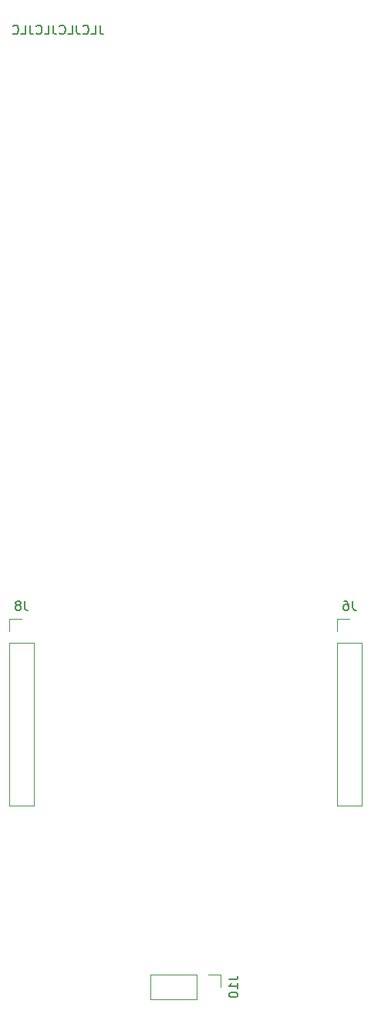
<source format=gbr>
%TF.GenerationSoftware,KiCad,Pcbnew,(6.0.0)*%
%TF.CreationDate,2022-01-31T09:17:54+01:00*%
%TF.ProjectId,Snare+Hihat,536e6172-652b-4486-9968-61742e6b6963,rev?*%
%TF.SameCoordinates,Original*%
%TF.FileFunction,Legend,Bot*%
%TF.FilePolarity,Positive*%
%FSLAX46Y46*%
G04 Gerber Fmt 4.6, Leading zero omitted, Abs format (unit mm)*
G04 Created by KiCad (PCBNEW (6.0.0)) date 2022-01-31 09:17:54*
%MOMM*%
%LPD*%
G01*
G04 APERTURE LIST*
%ADD10C,0.150000*%
%ADD11C,0.120000*%
G04 APERTURE END LIST*
D10*
X83619047Y-31952380D02*
X83619047Y-32666666D01*
X83666666Y-32809523D01*
X83761904Y-32904761D01*
X83904761Y-32952380D01*
X84000000Y-32952380D01*
X82666666Y-32952380D02*
X83142857Y-32952380D01*
X83142857Y-31952380D01*
X81761904Y-32857142D02*
X81809523Y-32904761D01*
X81952380Y-32952380D01*
X82047619Y-32952380D01*
X82190476Y-32904761D01*
X82285714Y-32809523D01*
X82333333Y-32714285D01*
X82380952Y-32523809D01*
X82380952Y-32380952D01*
X82333333Y-32190476D01*
X82285714Y-32095238D01*
X82190476Y-32000000D01*
X82047619Y-31952380D01*
X81952380Y-31952380D01*
X81809523Y-32000000D01*
X81761904Y-32047619D01*
X81047619Y-31952380D02*
X81047619Y-32666666D01*
X81095238Y-32809523D01*
X81190476Y-32904761D01*
X81333333Y-32952380D01*
X81428571Y-32952380D01*
X80095238Y-32952380D02*
X80571428Y-32952380D01*
X80571428Y-31952380D01*
X79190476Y-32857142D02*
X79238095Y-32904761D01*
X79380952Y-32952380D01*
X79476190Y-32952380D01*
X79619047Y-32904761D01*
X79714285Y-32809523D01*
X79761904Y-32714285D01*
X79809523Y-32523809D01*
X79809523Y-32380952D01*
X79761904Y-32190476D01*
X79714285Y-32095238D01*
X79619047Y-32000000D01*
X79476190Y-31952380D01*
X79380952Y-31952380D01*
X79238095Y-32000000D01*
X79190476Y-32047619D01*
X78476190Y-31952380D02*
X78476190Y-32666666D01*
X78523809Y-32809523D01*
X78619047Y-32904761D01*
X78761904Y-32952380D01*
X78857142Y-32952380D01*
X77523809Y-32952380D02*
X78000000Y-32952380D01*
X78000000Y-31952380D01*
X76619047Y-32857142D02*
X76666666Y-32904761D01*
X76809523Y-32952380D01*
X76904761Y-32952380D01*
X77047619Y-32904761D01*
X77142857Y-32809523D01*
X77190476Y-32714285D01*
X77238095Y-32523809D01*
X77238095Y-32380952D01*
X77190476Y-32190476D01*
X77142857Y-32095238D01*
X77047619Y-32000000D01*
X76904761Y-31952380D01*
X76809523Y-31952380D01*
X76666666Y-32000000D01*
X76619047Y-32047619D01*
X75904761Y-31952380D02*
X75904761Y-32666666D01*
X75952380Y-32809523D01*
X76047619Y-32904761D01*
X76190476Y-32952380D01*
X76285714Y-32952380D01*
X74952380Y-32952380D02*
X75428571Y-32952380D01*
X75428571Y-31952380D01*
X74047619Y-32857142D02*
X74095238Y-32904761D01*
X74238095Y-32952380D01*
X74333333Y-32952380D01*
X74476190Y-32904761D01*
X74571428Y-32809523D01*
X74619047Y-32714285D01*
X74666666Y-32523809D01*
X74666666Y-32380952D01*
X74619047Y-32190476D01*
X74571428Y-32095238D01*
X74476190Y-32000000D01*
X74333333Y-31952380D01*
X74238095Y-31952380D01*
X74095238Y-32000000D01*
X74047619Y-32047619D01*
%TO.C,J8*%
X75333333Y-95142380D02*
X75333333Y-95856666D01*
X75380952Y-95999523D01*
X75476190Y-96094761D01*
X75619047Y-96142380D01*
X75714285Y-96142380D01*
X74714285Y-95570952D02*
X74809523Y-95523333D01*
X74857142Y-95475714D01*
X74904761Y-95380476D01*
X74904761Y-95332857D01*
X74857142Y-95237619D01*
X74809523Y-95190000D01*
X74714285Y-95142380D01*
X74523809Y-95142380D01*
X74428571Y-95190000D01*
X74380952Y-95237619D01*
X74333333Y-95332857D01*
X74333333Y-95380476D01*
X74380952Y-95475714D01*
X74428571Y-95523333D01*
X74523809Y-95570952D01*
X74714285Y-95570952D01*
X74809523Y-95618571D01*
X74857142Y-95666190D01*
X74904761Y-95761428D01*
X74904761Y-95951904D01*
X74857142Y-96047142D01*
X74809523Y-96094761D01*
X74714285Y-96142380D01*
X74523809Y-96142380D01*
X74428571Y-96094761D01*
X74380952Y-96047142D01*
X74333333Y-95951904D01*
X74333333Y-95761428D01*
X74380952Y-95666190D01*
X74428571Y-95618571D01*
X74523809Y-95570952D01*
%TO.C,J6*%
X111333333Y-95142380D02*
X111333333Y-95856666D01*
X111380952Y-95999523D01*
X111476190Y-96094761D01*
X111619047Y-96142380D01*
X111714285Y-96142380D01*
X110428571Y-95142380D02*
X110619047Y-95142380D01*
X110714285Y-95190000D01*
X110761904Y-95237619D01*
X110857142Y-95380476D01*
X110904761Y-95570952D01*
X110904761Y-95951904D01*
X110857142Y-96047142D01*
X110809523Y-96094761D01*
X110714285Y-96142380D01*
X110523809Y-96142380D01*
X110428571Y-96094761D01*
X110380952Y-96047142D01*
X110333333Y-95951904D01*
X110333333Y-95713809D01*
X110380952Y-95618571D01*
X110428571Y-95570952D01*
X110523809Y-95523333D01*
X110714285Y-95523333D01*
X110809523Y-95570952D01*
X110857142Y-95618571D01*
X110904761Y-95713809D01*
%TO.C,J10*%
X97747380Y-136665476D02*
X98461666Y-136665476D01*
X98604523Y-136617857D01*
X98699761Y-136522619D01*
X98747380Y-136379761D01*
X98747380Y-136284523D01*
X98747380Y-137665476D02*
X98747380Y-137094047D01*
X98747380Y-137379761D02*
X97747380Y-137379761D01*
X97890238Y-137284523D01*
X97985476Y-137189285D01*
X98033095Y-137094047D01*
X97747380Y-138284523D02*
X97747380Y-138379761D01*
X97795000Y-138475000D01*
X97842619Y-138522619D01*
X97937857Y-138570238D01*
X98128333Y-138617857D01*
X98366428Y-138617857D01*
X98556904Y-138570238D01*
X98652142Y-138522619D01*
X98699761Y-138475000D01*
X98747380Y-138379761D01*
X98747380Y-138284523D01*
X98699761Y-138189285D01*
X98652142Y-138141666D01*
X98556904Y-138094047D01*
X98366428Y-138046428D01*
X98128333Y-138046428D01*
X97937857Y-138094047D01*
X97842619Y-138141666D01*
X97795000Y-138189285D01*
X97747380Y-138284523D01*
D11*
%TO.C,J8*%
X76330000Y-99730000D02*
X73670000Y-99730000D01*
X73670000Y-97130000D02*
X73670000Y-98460000D01*
X76330000Y-99730000D02*
X76330000Y-117570000D01*
X75000000Y-97130000D02*
X73670000Y-97130000D01*
X76330000Y-117570000D02*
X73670000Y-117570000D01*
X73670000Y-99730000D02*
X73670000Y-117570000D01*
%TO.C,J6*%
X109670000Y-99730000D02*
X109670000Y-117570000D01*
X112330000Y-99730000D02*
X112330000Y-117570000D01*
X112330000Y-99730000D02*
X109670000Y-99730000D01*
X112330000Y-117570000D02*
X109670000Y-117570000D01*
X109670000Y-97130000D02*
X109670000Y-98460000D01*
X111000000Y-97130000D02*
X109670000Y-97130000D01*
%TO.C,J10*%
X96855000Y-136145000D02*
X95525000Y-136145000D01*
X96855000Y-137475000D02*
X96855000Y-136145000D01*
X89115000Y-138805000D02*
X89115000Y-136145000D01*
X94255000Y-136145000D02*
X89115000Y-136145000D01*
X94255000Y-138805000D02*
X94255000Y-136145000D01*
X94255000Y-138805000D02*
X89115000Y-138805000D01*
%TD*%
M02*

</source>
